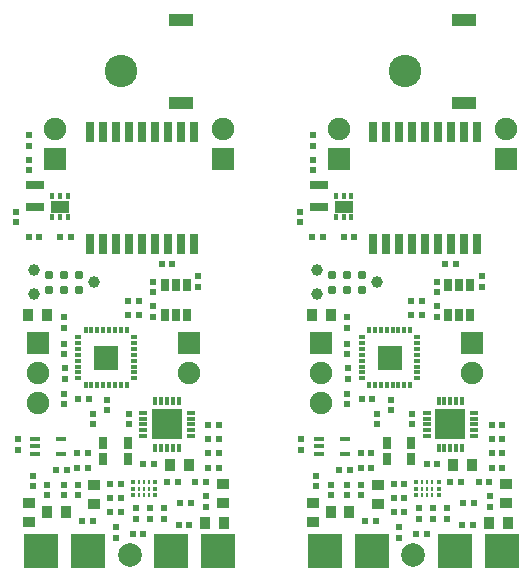
<source format=gts>
G04 #@! TF.GenerationSoftware,KiCad,Pcbnew,5.0.0-rc2-unknown-68f6e3a~65~ubuntu16.04.1*
G04 #@! TF.CreationDate,2018-07-23T09:18:11+01:00*
G04 #@! TF.ProjectId,jerboa_panel,6A6572626F615F70616E656C2E6B6963,rev?*
G04 #@! TF.SameCoordinates,Original*
G04 #@! TF.FileFunction,Soldermask,Top*
G04 #@! TF.FilePolarity,Negative*
%FSLAX46Y46*%
G04 Gerber Fmt 4.6, Leading zero omitted, Abs format (unit mm)*
G04 Created by KiCad (PCBNEW 5.0.0-rc2-unknown-68f6e3a~65~ubuntu16.04.1) date Mon Jul 23 09:18:11 2018*
%MOMM*%
%LPD*%
G01*
G04 APERTURE LIST*
%ADD10R,0.620000X0.620000*%
%ADD11C,1.900000*%
%ADD12R,1.900000X1.900000*%
%ADD13R,1.000000X0.950000*%
%ADD14R,0.950000X0.400000*%
%ADD15R,2.000000X1.000000*%
%ADD16R,0.700000X1.800000*%
%ADD17R,0.950000X1.000000*%
%ADD18C,1.000000*%
%ADD19C,0.787000*%
%ADD20R,2.000000X2.000000*%
%ADD21R,0.600000X0.300000*%
%ADD22R,0.300000X0.600000*%
%ADD23R,3.000000X3.000000*%
%ADD24R,0.690000X0.990000*%
%ADD25C,2.750000*%
%ADD26R,0.800000X1.000000*%
%ADD27R,0.300000X0.300000*%
%ADD28R,0.250000X0.299000*%
%ADD29R,2.602000X2.602000*%
%ADD30R,0.750000X0.300000*%
%ADD31R,0.300000X0.750000*%
%ADD32R,0.400000X0.500000*%
%ADD33R,1.600000X1.000000*%
%ADD34R,1.600000X0.800000*%
%ADD35C,2.000000*%
G04 APERTURE END LIST*
D10*
G04 #@! TO.C,C20*
X69950000Y-66800000D03*
X69050000Y-66800000D03*
G04 #@! TD*
D11*
G04 #@! TO.C,J2*
X58100000Y-60140000D03*
X58100000Y-57600000D03*
D12*
X58100000Y-55060000D03*
G04 #@! TD*
D13*
G04 #@! TO.C,C35*
X57400000Y-68600000D03*
X57400000Y-70200000D03*
G04 #@! TD*
D14*
G04 #@! TO.C,U3*
X57900000Y-63150000D03*
X57900000Y-63800000D03*
X57900000Y-64450000D03*
X60100000Y-64450000D03*
X60100000Y-63150000D03*
G04 #@! TD*
D15*
G04 #@! TO.C,AE1*
X70200000Y-27700000D03*
X70200000Y-34700000D03*
G04 #@! TD*
D10*
G04 #@! TO.C,C14*
X65800000Y-61950000D03*
X65800000Y-61050000D03*
G04 #@! TD*
G04 #@! TO.C,C2*
X67900000Y-50750000D03*
X67900000Y-49850000D03*
G04 #@! TD*
G04 #@! TO.C,C31*
X73450000Y-65600000D03*
X72550000Y-65600000D03*
G04 #@! TD*
G04 #@! TO.C,C3*
X56400000Y-64100000D03*
X56400000Y-63200000D03*
G04 #@! TD*
G04 #@! TO.C,C10*
X61550000Y-59800000D03*
X62450000Y-59800000D03*
G04 #@! TD*
D16*
G04 #@! TO.C,IC2*
X62500000Y-46650000D03*
X63600000Y-46650000D03*
X64700000Y-46650000D03*
X65800000Y-46650000D03*
X66900000Y-46650000D03*
X68000000Y-46650000D03*
X69100000Y-46650000D03*
X70200000Y-46650000D03*
X71300000Y-46650000D03*
X71300000Y-37150000D03*
X70200000Y-37150000D03*
X69100000Y-37150000D03*
X68000000Y-37150000D03*
X66900000Y-37150000D03*
X65800000Y-37150000D03*
X64700000Y-37150000D03*
X63600000Y-37150000D03*
X62500000Y-37150000D03*
G04 #@! TD*
D10*
G04 #@! TO.C,D3*
X70050000Y-70500000D03*
X70950000Y-70500000D03*
G04 #@! TD*
D13*
G04 #@! TO.C,C34*
X73800000Y-68600000D03*
X73800000Y-67000000D03*
G04 #@! TD*
D10*
G04 #@! TO.C,C33*
X72400000Y-68950000D03*
X72400000Y-68050000D03*
G04 #@! TD*
G04 #@! TO.C,C1*
X60000000Y-46100000D03*
X60900000Y-46100000D03*
G04 #@! TD*
D17*
G04 #@! TO.C,L14*
X60500000Y-69400000D03*
X58900000Y-69400000D03*
G04 #@! TD*
D10*
G04 #@! TO.C,C32*
X71450000Y-66800000D03*
X72350000Y-66800000D03*
G04 #@! TD*
D17*
G04 #@! TO.C,D1*
X58900000Y-52700000D03*
X57300000Y-52700000D03*
G04 #@! TD*
D10*
G04 #@! TO.C,C4*
X62350000Y-65600000D03*
X61450000Y-65600000D03*
G04 #@! TD*
G04 #@! TO.C,C16*
X69500000Y-48400000D03*
X68600000Y-48400000D03*
G04 #@! TD*
D17*
G04 #@! TO.C,L13*
X72300000Y-70300000D03*
X73900000Y-70300000D03*
G04 #@! TD*
D10*
G04 #@! TO.C,C13*
X61450000Y-64400000D03*
X62350000Y-64400000D03*
G04 #@! TD*
G04 #@! TO.C,C21*
X64250000Y-67000000D03*
X65150000Y-67000000D03*
G04 #@! TD*
D18*
G04 #@! TO.C,P1*
X57760000Y-50908128D03*
X57760000Y-48876128D03*
X62840000Y-49892128D03*
D19*
X59030000Y-50527128D03*
X59030000Y-49257128D03*
X60300000Y-50527128D03*
X60300000Y-49257128D03*
X61570000Y-50527128D03*
X61570000Y-49257128D03*
G04 #@! TD*
D10*
G04 #@! TO.C,C19*
X73450000Y-64400000D03*
X72550000Y-64400000D03*
G04 #@! TD*
G04 #@! TO.C,C11*
X57350000Y-46100000D03*
X58250000Y-46100000D03*
G04 #@! TD*
G04 #@! TO.C,C27*
X59650000Y-65800000D03*
X60550000Y-65800000D03*
G04 #@! TD*
G04 #@! TO.C,C18*
X73450000Y-63200000D03*
X72550000Y-63200000D03*
G04 #@! TD*
G04 #@! TO.C,C23*
X65150000Y-68200000D03*
X64250000Y-68200000D03*
G04 #@! TD*
G04 #@! TO.C,C29*
X68800000Y-69950000D03*
X68800000Y-69050000D03*
G04 #@! TD*
G04 #@! TO.C,C5*
X65750000Y-51500000D03*
X66650000Y-51500000D03*
G04 #@! TD*
D20*
G04 #@! TO.C,U1*
X63905905Y-56297128D03*
D21*
X61555905Y-58047128D03*
X61555905Y-57547128D03*
X61555905Y-57047128D03*
X61555905Y-56547128D03*
X61555905Y-56047128D03*
X61555905Y-55547128D03*
X61555905Y-55047128D03*
X61555905Y-54547128D03*
D22*
X62155905Y-53947128D03*
X62655905Y-53947128D03*
X63155905Y-53947128D03*
X63655905Y-53947128D03*
X64155905Y-53947128D03*
X64655905Y-53947128D03*
X65155905Y-53947128D03*
X65655905Y-53947128D03*
D21*
X66255905Y-54547128D03*
X66255905Y-55047128D03*
X66255905Y-55547128D03*
X66255905Y-56047128D03*
X66255905Y-56547128D03*
X66255905Y-57047128D03*
X66255905Y-57547128D03*
X66255905Y-58047128D03*
D22*
X65655905Y-58647128D03*
X65155905Y-58647128D03*
X64655905Y-58647128D03*
X64155905Y-58647128D03*
X63655905Y-58647128D03*
X63155905Y-58647128D03*
X62655905Y-58647128D03*
X62155905Y-58647128D03*
G04 #@! TD*
D10*
G04 #@! TO.C,C12*
X57400000Y-37450000D03*
X57400000Y-38350000D03*
G04 #@! TD*
G04 #@! TO.C,D2*
X62750000Y-70100000D03*
X61850000Y-70100000D03*
G04 #@! TD*
G04 #@! TO.C,C25*
X61500000Y-67050000D03*
X61500000Y-67950000D03*
G04 #@! TD*
G04 #@! TO.C,C9*
X64000000Y-60750000D03*
X64000000Y-59850000D03*
G04 #@! TD*
G04 #@! TO.C,C6*
X60300000Y-59350000D03*
X60300000Y-60250000D03*
G04 #@! TD*
G04 #@! TO.C,C8*
X66650000Y-52700000D03*
X65750000Y-52700000D03*
G04 #@! TD*
D12*
G04 #@! TO.C,J1*
X73800000Y-39470000D03*
D11*
X73800000Y-36930000D03*
G04 #@! TD*
D10*
G04 #@! TO.C,C17*
X73450000Y-62000000D03*
X72550000Y-62000000D03*
G04 #@! TD*
G04 #@! TO.C,L6*
X64250000Y-69400000D03*
X65150000Y-69400000D03*
G04 #@! TD*
G04 #@! TO.C,C26*
X64700000Y-71550000D03*
X64700000Y-70650000D03*
G04 #@! TD*
G04 #@! TO.C,R9*
X67950000Y-65300000D03*
X67050000Y-65300000D03*
G04 #@! TD*
D13*
G04 #@! TO.C,L4*
X62900000Y-68700000D03*
X62900000Y-67100000D03*
G04 #@! TD*
D10*
G04 #@! TO.C,C28*
X67050000Y-71200000D03*
X66150000Y-71200000D03*
G04 #@! TD*
G04 #@! TO.C,R1*
X56300000Y-43950000D03*
X56300000Y-44850000D03*
G04 #@! TD*
D23*
G04 #@! TO.C,P3*
X73400000Y-72700000D03*
X69400000Y-72700000D03*
G04 #@! TD*
G04 #@! TO.C,P2*
X62400000Y-72700000D03*
X58400000Y-72700000D03*
G04 #@! TD*
D24*
G04 #@! TO.C,U2*
X70750000Y-52695000D03*
X69800000Y-52695000D03*
X68850000Y-52695000D03*
X68850000Y-50105000D03*
X69800000Y-50105000D03*
X70750000Y-50105000D03*
G04 #@! TD*
D10*
G04 #@! TO.C,R4*
X71700000Y-49400000D03*
X71700000Y-50300000D03*
G04 #@! TD*
G04 #@! TO.C,R3*
X67900000Y-52850000D03*
X67900000Y-51950000D03*
G04 #@! TD*
D11*
G04 #@! TO.C,J3*
X59600000Y-36930000D03*
D12*
X59600000Y-39470000D03*
G04 #@! TD*
D10*
G04 #@! TO.C,R6*
X60300000Y-52850000D03*
X60300000Y-53750000D03*
G04 #@! TD*
D25*
G04 #@! TO.C,X1*
X65200000Y-32000000D03*
G04 #@! TD*
D12*
G04 #@! TO.C,J4*
X70900000Y-55060000D03*
D11*
X70900000Y-57600000D03*
G04 #@! TD*
D10*
G04 #@! TO.C,R8*
X60400000Y-57200000D03*
X60400000Y-58100000D03*
G04 #@! TD*
D26*
G04 #@! TO.C,Y1*
X63650000Y-64900000D03*
X63650000Y-63500000D03*
X65750000Y-64900000D03*
X65750000Y-63500000D03*
G04 #@! TD*
D27*
G04 #@! TO.C,IC4*
X66150000Y-66850000D03*
X66150000Y-67400000D03*
X66150000Y-67950000D03*
X68050000Y-67950000D03*
X68050000Y-67400000D03*
X68050000Y-66850000D03*
D28*
X66675000Y-66851000D03*
X66675000Y-67400000D03*
X66675000Y-67949000D03*
X67100000Y-66851000D03*
X67100000Y-67400000D03*
X67100000Y-67949000D03*
X67525000Y-66851000D03*
X67525000Y-67400000D03*
X67525000Y-67949000D03*
G04 #@! TD*
D29*
G04 #@! TO.C,IC3*
X69050000Y-61950000D03*
D30*
X67050000Y-62950000D03*
X67050000Y-62450000D03*
X67050000Y-61950000D03*
X67050000Y-61450000D03*
X67050000Y-60950000D03*
D31*
X68050000Y-59950000D03*
X68550000Y-59950000D03*
X69050000Y-59950000D03*
X69550000Y-59950000D03*
X70050000Y-59950000D03*
D30*
X71050000Y-60950000D03*
X71050000Y-61450000D03*
X71050000Y-61950000D03*
X71050000Y-62450000D03*
X71050000Y-62950000D03*
D31*
X70050000Y-63950000D03*
X69550000Y-63950000D03*
X69050000Y-63950000D03*
X68550000Y-63950000D03*
X68050000Y-63950000D03*
G04 #@! TD*
D10*
G04 #@! TO.C,C30*
X57700000Y-67200000D03*
X57700000Y-66300000D03*
G04 #@! TD*
D32*
G04 #@! TO.C,IC1*
X60650000Y-44400000D03*
X60000000Y-44400000D03*
X59350000Y-44400000D03*
X59350000Y-42600000D03*
X60000000Y-42600000D03*
X60650000Y-42600000D03*
D33*
X60000000Y-43500000D03*
G04 #@! TD*
D10*
G04 #@! TO.C,C7*
X62800000Y-61950000D03*
X62800000Y-61050000D03*
G04 #@! TD*
D34*
G04 #@! TO.C,L1*
X57900000Y-43500000D03*
X57900000Y-41700000D03*
G04 #@! TD*
D10*
G04 #@! TO.C,L11*
X67600000Y-69050000D03*
X67600000Y-69950000D03*
G04 #@! TD*
D17*
G04 #@! TO.C,L2*
X70900000Y-65400000D03*
X69300000Y-65400000D03*
G04 #@! TD*
D10*
G04 #@! TO.C,L12*
X70150000Y-68600000D03*
X71050000Y-68600000D03*
G04 #@! TD*
D35*
G04 #@! TO.C,TP1*
X65900000Y-73000000D03*
G04 #@! TD*
D10*
G04 #@! TO.C,L10*
X58900000Y-67950000D03*
X58900000Y-67050000D03*
G04 #@! TD*
G04 #@! TO.C,L7*
X60300000Y-67050000D03*
X60300000Y-67950000D03*
G04 #@! TD*
G04 #@! TO.C,R2*
X57400000Y-40450000D03*
X57400000Y-39550000D03*
G04 #@! TD*
G04 #@! TO.C,L3*
X66400000Y-69950000D03*
X66400000Y-69050000D03*
G04 #@! TD*
G04 #@! TO.C,R7*
X60300000Y-55100000D03*
X60300000Y-56000000D03*
G04 #@! TD*
G04 #@! TO.C,C30*
X33700000Y-66300000D03*
X33700000Y-67200000D03*
G04 #@! TD*
D11*
G04 #@! TO.C,J1*
X49800000Y-36930000D03*
D12*
X49800000Y-39470000D03*
G04 #@! TD*
D10*
G04 #@! TO.C,R8*
X36400000Y-58100000D03*
X36400000Y-57200000D03*
G04 #@! TD*
D22*
G04 #@! TO.C,U1*
X38155905Y-58647128D03*
X38655905Y-58647128D03*
X39155905Y-58647128D03*
X39655905Y-58647128D03*
X40155905Y-58647128D03*
X40655905Y-58647128D03*
X41155905Y-58647128D03*
X41655905Y-58647128D03*
D21*
X42255905Y-58047128D03*
X42255905Y-57547128D03*
X42255905Y-57047128D03*
X42255905Y-56547128D03*
X42255905Y-56047128D03*
X42255905Y-55547128D03*
X42255905Y-55047128D03*
X42255905Y-54547128D03*
D22*
X41655905Y-53947128D03*
X41155905Y-53947128D03*
X40655905Y-53947128D03*
X40155905Y-53947128D03*
X39655905Y-53947128D03*
X39155905Y-53947128D03*
X38655905Y-53947128D03*
X38155905Y-53947128D03*
D21*
X37555905Y-54547128D03*
X37555905Y-55047128D03*
X37555905Y-55547128D03*
X37555905Y-56047128D03*
X37555905Y-56547128D03*
X37555905Y-57047128D03*
X37555905Y-57547128D03*
X37555905Y-58047128D03*
D20*
X39905905Y-56297128D03*
G04 #@! TD*
D15*
G04 #@! TO.C,AE1*
X46200000Y-34700000D03*
X46200000Y-27700000D03*
G04 #@! TD*
D10*
G04 #@! TO.C,C1*
X36900000Y-46100000D03*
X36000000Y-46100000D03*
G04 #@! TD*
G04 #@! TO.C,C2*
X43900000Y-49850000D03*
X43900000Y-50750000D03*
G04 #@! TD*
G04 #@! TO.C,C3*
X32400000Y-63200000D03*
X32400000Y-64100000D03*
G04 #@! TD*
G04 #@! TO.C,C4*
X37450000Y-65600000D03*
X38350000Y-65600000D03*
G04 #@! TD*
G04 #@! TO.C,C5*
X42650000Y-51500000D03*
X41750000Y-51500000D03*
G04 #@! TD*
G04 #@! TO.C,C6*
X36300000Y-60250000D03*
X36300000Y-59350000D03*
G04 #@! TD*
G04 #@! TO.C,C7*
X38800000Y-61050000D03*
X38800000Y-61950000D03*
G04 #@! TD*
G04 #@! TO.C,C8*
X41750000Y-52700000D03*
X42650000Y-52700000D03*
G04 #@! TD*
G04 #@! TO.C,C9*
X40000000Y-59850000D03*
X40000000Y-60750000D03*
G04 #@! TD*
G04 #@! TO.C,C10*
X38450000Y-59800000D03*
X37550000Y-59800000D03*
G04 #@! TD*
G04 #@! TO.C,C11*
X34250000Y-46100000D03*
X33350000Y-46100000D03*
G04 #@! TD*
G04 #@! TO.C,C12*
X33400000Y-38350000D03*
X33400000Y-37450000D03*
G04 #@! TD*
G04 #@! TO.C,C13*
X38350000Y-64400000D03*
X37450000Y-64400000D03*
G04 #@! TD*
G04 #@! TO.C,C14*
X41800000Y-61050000D03*
X41800000Y-61950000D03*
G04 #@! TD*
G04 #@! TO.C,C16*
X44600000Y-48400000D03*
X45500000Y-48400000D03*
G04 #@! TD*
G04 #@! TO.C,C17*
X48550000Y-62000000D03*
X49450000Y-62000000D03*
G04 #@! TD*
G04 #@! TO.C,C18*
X48550000Y-63200000D03*
X49450000Y-63200000D03*
G04 #@! TD*
G04 #@! TO.C,C19*
X48550000Y-64400000D03*
X49450000Y-64400000D03*
G04 #@! TD*
G04 #@! TO.C,C20*
X45050000Y-66800000D03*
X45950000Y-66800000D03*
G04 #@! TD*
G04 #@! TO.C,C21*
X41150000Y-67000000D03*
X40250000Y-67000000D03*
G04 #@! TD*
G04 #@! TO.C,C23*
X40250000Y-68200000D03*
X41150000Y-68200000D03*
G04 #@! TD*
G04 #@! TO.C,C25*
X37500000Y-67950000D03*
X37500000Y-67050000D03*
G04 #@! TD*
G04 #@! TO.C,C26*
X40700000Y-70650000D03*
X40700000Y-71550000D03*
G04 #@! TD*
G04 #@! TO.C,C27*
X36550000Y-65800000D03*
X35650000Y-65800000D03*
G04 #@! TD*
G04 #@! TO.C,C28*
X42150000Y-71200000D03*
X43050000Y-71200000D03*
G04 #@! TD*
G04 #@! TO.C,C29*
X44800000Y-69050000D03*
X44800000Y-69950000D03*
G04 #@! TD*
G04 #@! TO.C,C31*
X48550000Y-65600000D03*
X49450000Y-65600000D03*
G04 #@! TD*
G04 #@! TO.C,C32*
X48350000Y-66800000D03*
X47450000Y-66800000D03*
G04 #@! TD*
G04 #@! TO.C,C33*
X48400000Y-68050000D03*
X48400000Y-68950000D03*
G04 #@! TD*
D13*
G04 #@! TO.C,C34*
X49800000Y-67000000D03*
X49800000Y-68600000D03*
G04 #@! TD*
G04 #@! TO.C,C35*
X33400000Y-70200000D03*
X33400000Y-68600000D03*
G04 #@! TD*
D17*
G04 #@! TO.C,D1*
X33300000Y-52700000D03*
X34900000Y-52700000D03*
G04 #@! TD*
D10*
G04 #@! TO.C,D2*
X37850000Y-70100000D03*
X38750000Y-70100000D03*
G04 #@! TD*
G04 #@! TO.C,D3*
X46950000Y-70500000D03*
X46050000Y-70500000D03*
G04 #@! TD*
D16*
G04 #@! TO.C,IC2*
X38500000Y-37150000D03*
X39600000Y-37150000D03*
X40700000Y-37150000D03*
X41800000Y-37150000D03*
X42900000Y-37150000D03*
X44000000Y-37150000D03*
X45100000Y-37150000D03*
X46200000Y-37150000D03*
X47300000Y-37150000D03*
X47300000Y-46650000D03*
X46200000Y-46650000D03*
X45100000Y-46650000D03*
X44000000Y-46650000D03*
X42900000Y-46650000D03*
X41800000Y-46650000D03*
X40700000Y-46650000D03*
X39600000Y-46650000D03*
X38500000Y-46650000D03*
G04 #@! TD*
D31*
G04 #@! TO.C,IC3*
X44050000Y-63950000D03*
X44550000Y-63950000D03*
X45050000Y-63950000D03*
X45550000Y-63950000D03*
X46050000Y-63950000D03*
D30*
X47050000Y-62950000D03*
X47050000Y-62450000D03*
X47050000Y-61950000D03*
X47050000Y-61450000D03*
X47050000Y-60950000D03*
D31*
X46050000Y-59950000D03*
X45550000Y-59950000D03*
X45050000Y-59950000D03*
X44550000Y-59950000D03*
X44050000Y-59950000D03*
D30*
X43050000Y-60950000D03*
X43050000Y-61450000D03*
X43050000Y-61950000D03*
X43050000Y-62450000D03*
X43050000Y-62950000D03*
D29*
X45050000Y-61950000D03*
G04 #@! TD*
D28*
G04 #@! TO.C,IC4*
X43525000Y-67949000D03*
X43525000Y-67400000D03*
X43525000Y-66851000D03*
X43100000Y-67949000D03*
X43100000Y-67400000D03*
X43100000Y-66851000D03*
X42675000Y-67949000D03*
X42675000Y-67400000D03*
X42675000Y-66851000D03*
D27*
X44050000Y-66850000D03*
X44050000Y-67400000D03*
X44050000Y-67950000D03*
X42150000Y-67950000D03*
X42150000Y-67400000D03*
X42150000Y-66850000D03*
G04 #@! TD*
D12*
G04 #@! TO.C,J2*
X34100000Y-55060000D03*
D11*
X34100000Y-57600000D03*
X34100000Y-60140000D03*
G04 #@! TD*
D12*
G04 #@! TO.C,J3*
X35600000Y-39470000D03*
D11*
X35600000Y-36930000D03*
G04 #@! TD*
G04 #@! TO.C,J4*
X46900000Y-57600000D03*
D12*
X46900000Y-55060000D03*
G04 #@! TD*
D17*
G04 #@! TO.C,L2*
X45300000Y-65400000D03*
X46900000Y-65400000D03*
G04 #@! TD*
D10*
G04 #@! TO.C,L3*
X42400000Y-69050000D03*
X42400000Y-69950000D03*
G04 #@! TD*
D13*
G04 #@! TO.C,L4*
X38900000Y-67100000D03*
X38900000Y-68700000D03*
G04 #@! TD*
D10*
G04 #@! TO.C,L6*
X41150000Y-69400000D03*
X40250000Y-69400000D03*
G04 #@! TD*
G04 #@! TO.C,L7*
X36300000Y-67950000D03*
X36300000Y-67050000D03*
G04 #@! TD*
G04 #@! TO.C,L10*
X34900000Y-67050000D03*
X34900000Y-67950000D03*
G04 #@! TD*
G04 #@! TO.C,L11*
X43600000Y-69950000D03*
X43600000Y-69050000D03*
G04 #@! TD*
G04 #@! TO.C,L12*
X47050000Y-68600000D03*
X46150000Y-68600000D03*
G04 #@! TD*
D17*
G04 #@! TO.C,L13*
X49900000Y-70300000D03*
X48300000Y-70300000D03*
G04 #@! TD*
G04 #@! TO.C,L14*
X34900000Y-69400000D03*
X36500000Y-69400000D03*
G04 #@! TD*
D19*
G04 #@! TO.C,P1*
X37570000Y-49257128D03*
X37570000Y-50527128D03*
X36300000Y-49257128D03*
X36300000Y-50527128D03*
X35030000Y-49257128D03*
X35030000Y-50527128D03*
D18*
X38840000Y-49892128D03*
X33760000Y-48876128D03*
X33760000Y-50908128D03*
G04 #@! TD*
D23*
G04 #@! TO.C,P2*
X34400000Y-72700000D03*
X38400000Y-72700000D03*
G04 #@! TD*
G04 #@! TO.C,P3*
X45400000Y-72700000D03*
X49400000Y-72700000D03*
G04 #@! TD*
D10*
G04 #@! TO.C,R1*
X32300000Y-44850000D03*
X32300000Y-43950000D03*
G04 #@! TD*
G04 #@! TO.C,R2*
X33400000Y-39550000D03*
X33400000Y-40450000D03*
G04 #@! TD*
G04 #@! TO.C,R7*
X36300000Y-56000000D03*
X36300000Y-55100000D03*
G04 #@! TD*
G04 #@! TO.C,R9*
X43050000Y-65300000D03*
X43950000Y-65300000D03*
G04 #@! TD*
D35*
G04 #@! TO.C,TP1*
X41900000Y-73000000D03*
G04 #@! TD*
D25*
G04 #@! TO.C,X1*
X41200000Y-32000000D03*
G04 #@! TD*
D10*
G04 #@! TO.C,R6*
X36300000Y-53750000D03*
X36300000Y-52850000D03*
G04 #@! TD*
D33*
G04 #@! TO.C,IC1*
X36000000Y-43500000D03*
D32*
X36650000Y-42600000D03*
X36000000Y-42600000D03*
X35350000Y-42600000D03*
X35350000Y-44400000D03*
X36000000Y-44400000D03*
X36650000Y-44400000D03*
G04 #@! TD*
D34*
G04 #@! TO.C,L1*
X33900000Y-41700000D03*
X33900000Y-43500000D03*
G04 #@! TD*
D10*
G04 #@! TO.C,R3*
X43900000Y-51950000D03*
X43900000Y-52850000D03*
G04 #@! TD*
G04 #@! TO.C,R4*
X47700000Y-50300000D03*
X47700000Y-49400000D03*
G04 #@! TD*
D24*
G04 #@! TO.C,U2*
X46750000Y-50105000D03*
X45800000Y-50105000D03*
X44850000Y-50105000D03*
X44850000Y-52695000D03*
X45800000Y-52695000D03*
X46750000Y-52695000D03*
G04 #@! TD*
D14*
G04 #@! TO.C,U3*
X36100000Y-63150000D03*
X36100000Y-64450000D03*
X33900000Y-64450000D03*
X33900000Y-63800000D03*
X33900000Y-63150000D03*
G04 #@! TD*
D26*
G04 #@! TO.C,Y1*
X41750000Y-63500000D03*
X41750000Y-64900000D03*
X39650000Y-63500000D03*
X39650000Y-64900000D03*
G04 #@! TD*
M02*

</source>
